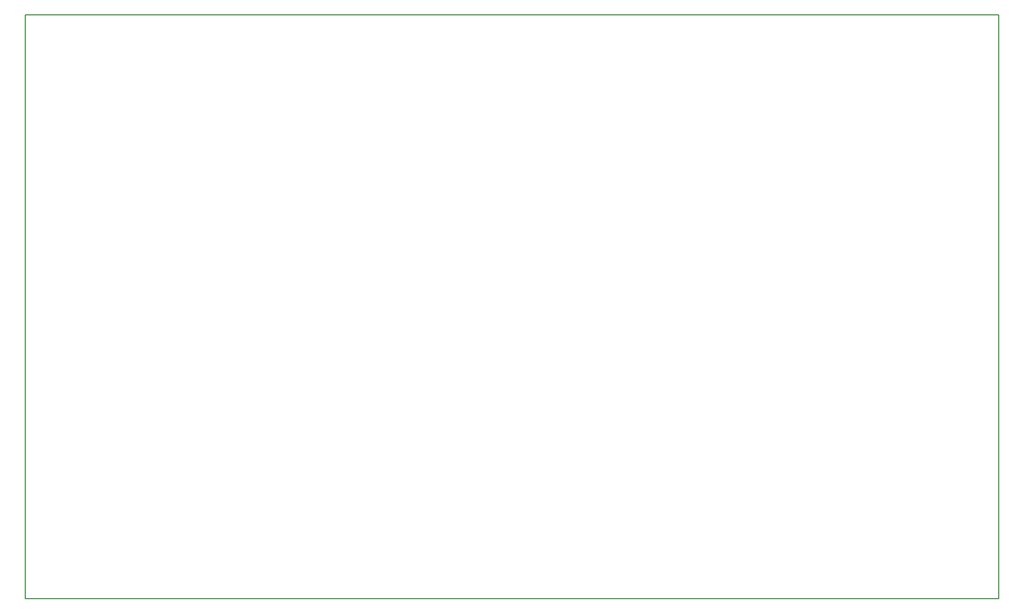
<source format=gbr>
%TF.GenerationSoftware,KiCad,Pcbnew,(6.0.2)*%
%TF.CreationDate,2022-11-16T19:52:16+00:00*%
%TF.ProjectId,greenhouse-control-unit,67726565-6e68-46f7-9573-652d636f6e74,2*%
%TF.SameCoordinates,Original*%
%TF.FileFunction,Profile,NP*%
%FSLAX46Y46*%
G04 Gerber Fmt 4.6, Leading zero omitted, Abs format (unit mm)*
G04 Created by KiCad (PCBNEW (6.0.2)) date 2022-11-16 19:52:16*
%MOMM*%
%LPD*%
G01*
G04 APERTURE LIST*
%TA.AperFunction,Profile*%
%ADD10C,0.200000*%
%TD*%
G04 APERTURE END LIST*
D10*
X72135600Y-44464500D02*
X222135600Y-44464500D01*
X222135600Y-44464500D02*
X222135600Y-134464500D01*
X222135600Y-134464500D02*
X72135600Y-134464500D01*
X72135600Y-134464500D02*
X72135600Y-44464500D01*
M02*

</source>
